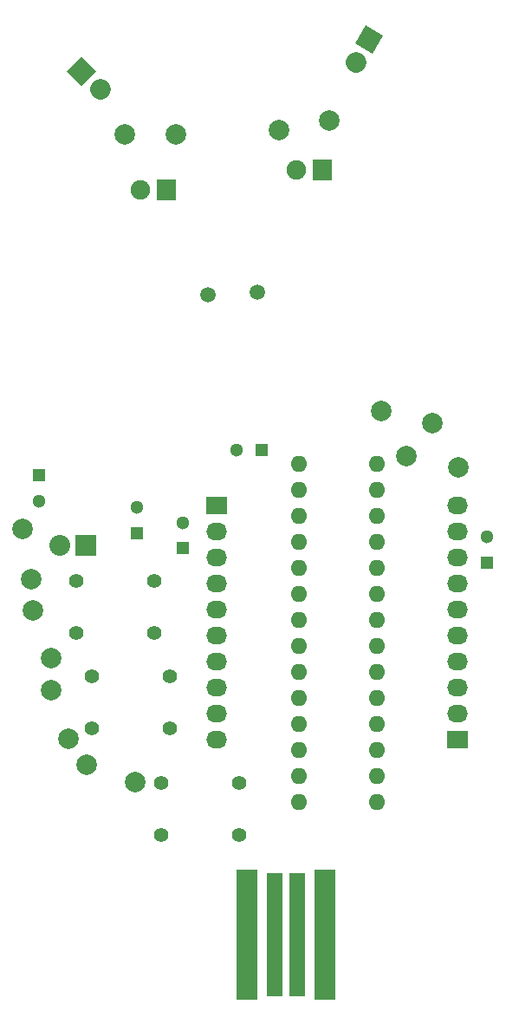
<source format=gts>
G04 #@! TF.FileFunction,Soldermask,Top*
%FSLAX46Y46*%
G04 Gerber Fmt 4.6, Leading zero omitted, Abs format (unit mm)*
G04 Created by KiCad (PCBNEW 0.201507042246+5884~23~ubuntu14.04.1-product) date Thu 09 Jul 2015 02:20:40 PM PDT*
%MOMM*%
G01*
G04 APERTURE LIST*
%ADD10C,0.150000*%
%ADD11O,1.600000X1.600000*%
%ADD12C,2.032000*%
%ADD13R,2.032000X2.032000*%
%ADD14O,2.032000X2.032000*%
%ADD15C,1.501140*%
%ADD16R,2.032000X1.727200*%
%ADD17O,2.032000X1.727200*%
%ADD18R,1.300000X1.300000*%
%ADD19C,1.300000*%
%ADD20C,1.998980*%
%ADD21R,2.100000X12.700000*%
%ADD22R,1.500000X12.065000*%
%ADD23R,1.900000X2.000000*%
%ADD24C,1.900000*%
%ADD25C,1.397000*%
G04 APERTURE END LIST*
D10*
D11*
X219837000Y-110109000D03*
X219837000Y-112649000D03*
X219837000Y-115189000D03*
X219837000Y-117729000D03*
X219837000Y-120269000D03*
X219837000Y-122809000D03*
X219837000Y-125349000D03*
X219837000Y-127889000D03*
X219837000Y-130429000D03*
X219837000Y-132969000D03*
X219837000Y-135509000D03*
X219837000Y-138049000D03*
X219837000Y-140589000D03*
X219837000Y-143129000D03*
X227457000Y-143129000D03*
X227457000Y-140589000D03*
X227457000Y-138049000D03*
X227457000Y-135509000D03*
X227457000Y-132969000D03*
X227457000Y-130429000D03*
X227457000Y-127889000D03*
X227457000Y-125349000D03*
X227457000Y-122809000D03*
X227457000Y-120269000D03*
X227457000Y-117729000D03*
X227457000Y-115189000D03*
X227457000Y-112649000D03*
X227457000Y-110109000D03*
D10*
G36*
X198628000Y-73191841D02*
X197191159Y-71755000D01*
X198628000Y-70318159D01*
X200064841Y-71755000D01*
X198628000Y-73191841D01*
X198628000Y-73191841D01*
G37*
D12*
X200424051Y-73551051D02*
X200424051Y-73551051D01*
D10*
G36*
X225307118Y-69078882D02*
X226323118Y-67319118D01*
X228082882Y-68335118D01*
X227066882Y-70094882D01*
X225307118Y-69078882D01*
X225307118Y-69078882D01*
G37*
D12*
X225425000Y-70906705D02*
X225425000Y-70906705D01*
D13*
X199009000Y-118110000D03*
D14*
X196469000Y-118110000D03*
D15*
X215797595Y-93344251D03*
X210922405Y-93599749D03*
D16*
X211836000Y-114173000D03*
D17*
X211836000Y-116713000D03*
X211836000Y-119253000D03*
X211836000Y-121793000D03*
X211836000Y-124333000D03*
X211836000Y-126873000D03*
X211836000Y-129413000D03*
X211836000Y-131953000D03*
X211836000Y-134493000D03*
X211836000Y-137033000D03*
D16*
X235331000Y-137033000D03*
D17*
X235331000Y-134493000D03*
X235331000Y-131953000D03*
X235331000Y-129413000D03*
X235331000Y-126873000D03*
X235331000Y-124333000D03*
X235331000Y-121793000D03*
X235331000Y-119253000D03*
X235331000Y-116713000D03*
X235331000Y-114173000D03*
D18*
X204038200Y-116890800D03*
D19*
X204038200Y-114390800D03*
D18*
X194462400Y-111252000D03*
D19*
X194462400Y-113752000D03*
D18*
X238252000Y-119761000D03*
D19*
X238252000Y-117261000D03*
D18*
X216204800Y-108788200D03*
D19*
X213704800Y-108788200D03*
D18*
X208457800Y-118389400D03*
D19*
X208457800Y-115889400D03*
D20*
X193677209Y-121434989D03*
X192808750Y-116509709D03*
X199124170Y-139530969D03*
X203823817Y-141241500D03*
X217883611Y-77523009D03*
X222808891Y-76654550D03*
X202859640Y-77978000D03*
X207860900Y-77978000D03*
X232912920Y-106166491D03*
X235413550Y-110497709D03*
X230357680Y-109352509D03*
X227857050Y-105021291D03*
X195639569Y-132271370D03*
X197350100Y-136971017D03*
D21*
X222402400Y-156108400D03*
D22*
X219671900Y-156108400D03*
X217512900Y-156108400D03*
D21*
X214782400Y-156108400D03*
D23*
X206857600Y-83362800D03*
D24*
X204317600Y-83362800D03*
D23*
X222097600Y-81483200D03*
D24*
X219557600Y-81483200D03*
D25*
X205740000Y-121615200D03*
X205740000Y-126695200D03*
X198120000Y-121615200D03*
X198120000Y-126695200D03*
X207264000Y-130860800D03*
X207264000Y-135940800D03*
X199644000Y-130860800D03*
X199644000Y-135940800D03*
X214020400Y-141325600D03*
X214020400Y-146405600D03*
X206400400Y-141325600D03*
X206400400Y-146405600D03*
D20*
X195596631Y-129145430D03*
X193886100Y-124445783D03*
M02*

</source>
